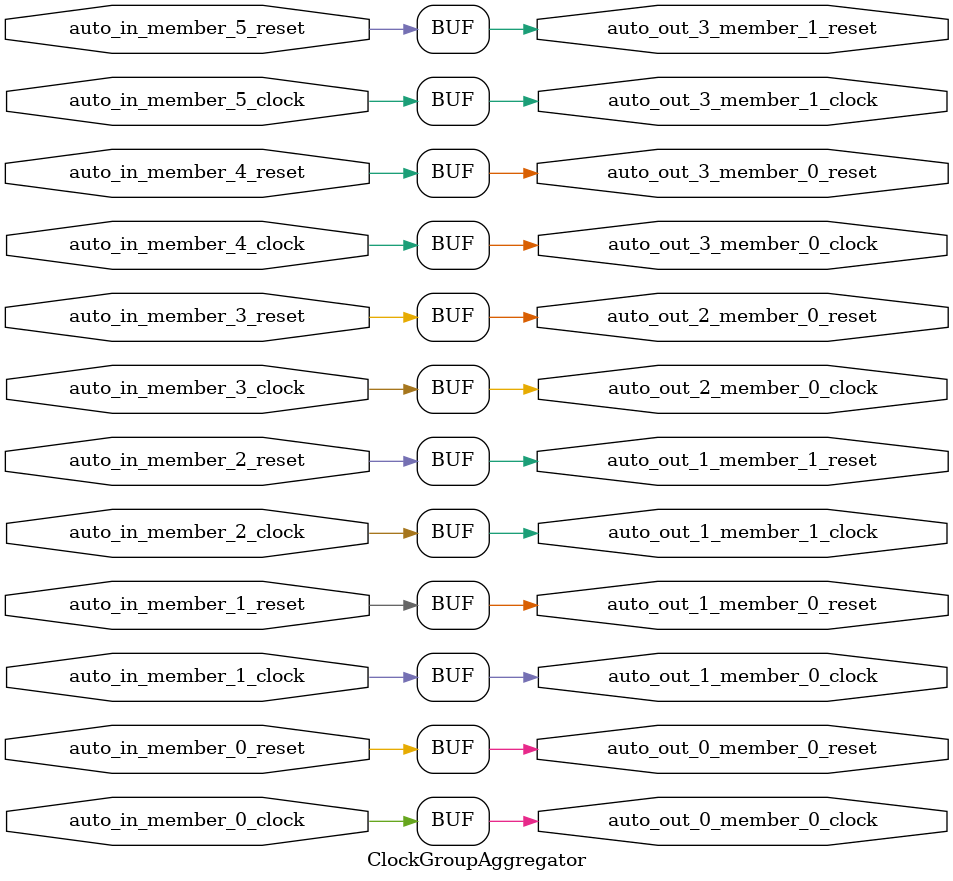
<source format=v>
module ClockGroupAggregator( // @[:freechips.rocketchip.system.DefaultRV32Config.fir@44.2]
  input   auto_in_member_5_clock, // @[:freechips.rocketchip.system.DefaultRV32Config.fir@45.4]
  input   auto_in_member_5_reset, // @[:freechips.rocketchip.system.DefaultRV32Config.fir@45.4]
  input   auto_in_member_4_clock, // @[:freechips.rocketchip.system.DefaultRV32Config.fir@45.4]
  input   auto_in_member_4_reset, // @[:freechips.rocketchip.system.DefaultRV32Config.fir@45.4]
  input   auto_in_member_3_clock, // @[:freechips.rocketchip.system.DefaultRV32Config.fir@45.4]
  input   auto_in_member_3_reset, // @[:freechips.rocketchip.system.DefaultRV32Config.fir@45.4]
  input   auto_in_member_2_clock, // @[:freechips.rocketchip.system.DefaultRV32Config.fir@45.4]
  input   auto_in_member_2_reset, // @[:freechips.rocketchip.system.DefaultRV32Config.fir@45.4]
  input   auto_in_member_1_clock, // @[:freechips.rocketchip.system.DefaultRV32Config.fir@45.4]
  input   auto_in_member_1_reset, // @[:freechips.rocketchip.system.DefaultRV32Config.fir@45.4]
  input   auto_in_member_0_clock, // @[:freechips.rocketchip.system.DefaultRV32Config.fir@45.4]
  input   auto_in_member_0_reset, // @[:freechips.rocketchip.system.DefaultRV32Config.fir@45.4]
  output  auto_out_3_member_1_clock, // @[:freechips.rocketchip.system.DefaultRV32Config.fir@45.4]
  output  auto_out_3_member_1_reset, // @[:freechips.rocketchip.system.DefaultRV32Config.fir@45.4]
  output  auto_out_3_member_0_clock, // @[:freechips.rocketchip.system.DefaultRV32Config.fir@45.4]
  output  auto_out_3_member_0_reset, // @[:freechips.rocketchip.system.DefaultRV32Config.fir@45.4]
  output  auto_out_2_member_0_clock, // @[:freechips.rocketchip.system.DefaultRV32Config.fir@45.4]
  output  auto_out_2_member_0_reset, // @[:freechips.rocketchip.system.DefaultRV32Config.fir@45.4]
  output  auto_out_1_member_1_clock, // @[:freechips.rocketchip.system.DefaultRV32Config.fir@45.4]
  output  auto_out_1_member_1_reset, // @[:freechips.rocketchip.system.DefaultRV32Config.fir@45.4]
  output  auto_out_1_member_0_clock, // @[:freechips.rocketchip.system.DefaultRV32Config.fir@45.4]
  output  auto_out_1_member_0_reset, // @[:freechips.rocketchip.system.DefaultRV32Config.fir@45.4]
  output  auto_out_0_member_0_clock, // @[:freechips.rocketchip.system.DefaultRV32Config.fir@45.4]
  output  auto_out_0_member_0_reset // @[:freechips.rocketchip.system.DefaultRV32Config.fir@45.4]
);
  assign auto_out_3_member_1_clock = auto_in_member_5_clock; // @[LazyModule.scala 305:12:freechips.rocketchip.system.DefaultRV32Config.fir@68.4]
  assign auto_out_3_member_1_reset = auto_in_member_5_reset; // @[LazyModule.scala 305:12:freechips.rocketchip.system.DefaultRV32Config.fir@68.4]
  assign auto_out_3_member_0_clock = auto_in_member_4_clock; // @[LazyModule.scala 305:12:freechips.rocketchip.system.DefaultRV32Config.fir@68.4]
  assign auto_out_3_member_0_reset = auto_in_member_4_reset; // @[LazyModule.scala 305:12:freechips.rocketchip.system.DefaultRV32Config.fir@68.4]
  assign auto_out_2_member_0_clock = auto_in_member_3_clock; // @[LazyModule.scala 305:12:freechips.rocketchip.system.DefaultRV32Config.fir@67.4]
  assign auto_out_2_member_0_reset = auto_in_member_3_reset; // @[LazyModule.scala 305:12:freechips.rocketchip.system.DefaultRV32Config.fir@67.4]
  assign auto_out_1_member_1_clock = auto_in_member_2_clock; // @[LazyModule.scala 305:12:freechips.rocketchip.system.DefaultRV32Config.fir@66.4]
  assign auto_out_1_member_1_reset = auto_in_member_2_reset; // @[LazyModule.scala 305:12:freechips.rocketchip.system.DefaultRV32Config.fir@66.4]
  assign auto_out_1_member_0_clock = auto_in_member_1_clock; // @[LazyModule.scala 305:12:freechips.rocketchip.system.DefaultRV32Config.fir@66.4]
  assign auto_out_1_member_0_reset = auto_in_member_1_reset; // @[LazyModule.scala 305:12:freechips.rocketchip.system.DefaultRV32Config.fir@66.4]
  assign auto_out_0_member_0_clock = auto_in_member_0_clock; // @[LazyModule.scala 305:12:freechips.rocketchip.system.DefaultRV32Config.fir@65.4]
  assign auto_out_0_member_0_reset = auto_in_member_0_reset; // @[LazyModule.scala 305:12:freechips.rocketchip.system.DefaultRV32Config.fir@65.4]
endmodule

</source>
